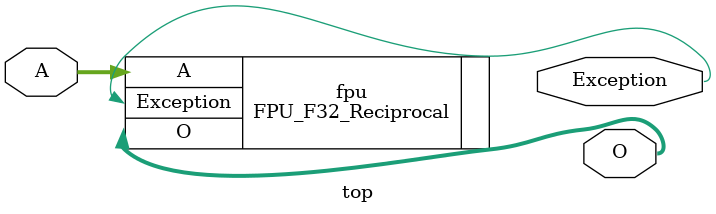
<source format=v>
module top(
	input	[31:0]		A,
	output				Exception,
	output	[31:0]		O		              	//Outputs in the format of IEEE-754 Representation.
);

FPU_F32_Reciprocal fpu (
	.A					(A),
	.Exception			(Exception),
	.O					(O)
);

endmodule

</source>
